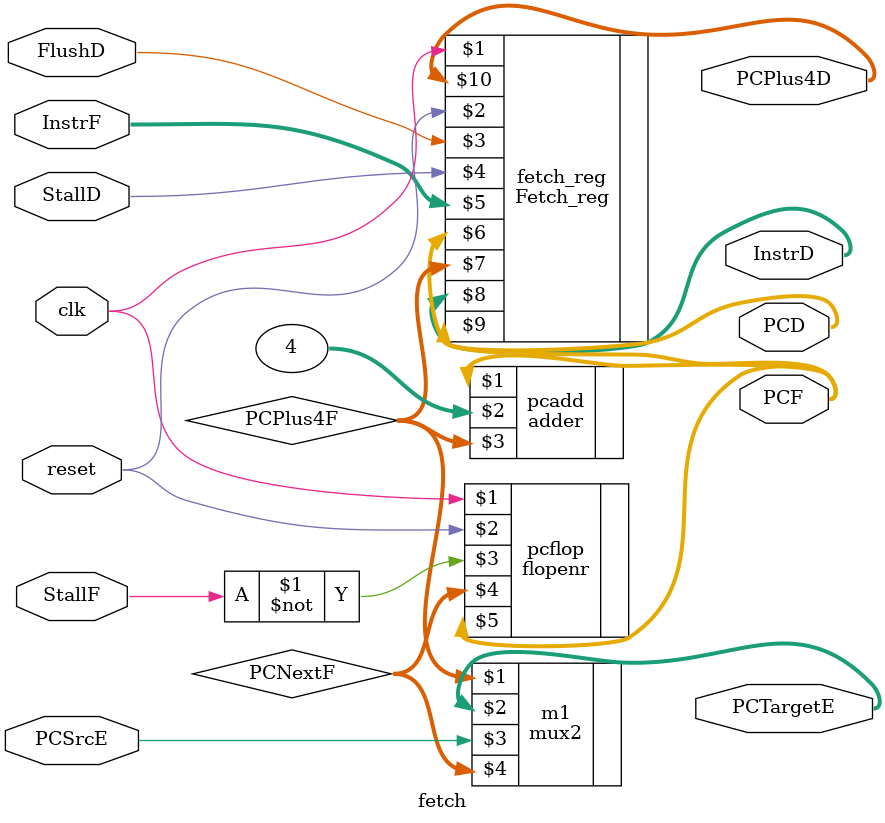
<source format=v>
`timescale 1ns / 1ps

module fetch(clk, reset,PCSrcE, StallF,StallD, FlushD, InstrF, PCF,PCTargetE,
 InstrD, PCPlus4D, PCD);
input clk, reset,PCSrcE, StallF, StallD, FlushD;
input [31:0] InstrF;
output [31:0] PCF, PCTargetE,InstrD,PCPlus4D, PCD;
wire [31:0] PCPlus4F, PCNextF;
mux2 #(32) m1(PCPlus4F, PCTargetE, PCSrcE, PCNextF);
flopenr #(32) pcflop(clk, reset, ~StallF, PCNextF, PCF);
adder pcadd(PCF, 32'h4, PCPlus4F);
Fetch_reg fetch_reg(clk, reset, FlushD, StallD,
InstrF, PCF, PCPlus4F, InstrD, PCD, PCPlus4D);
endmodule

</source>
